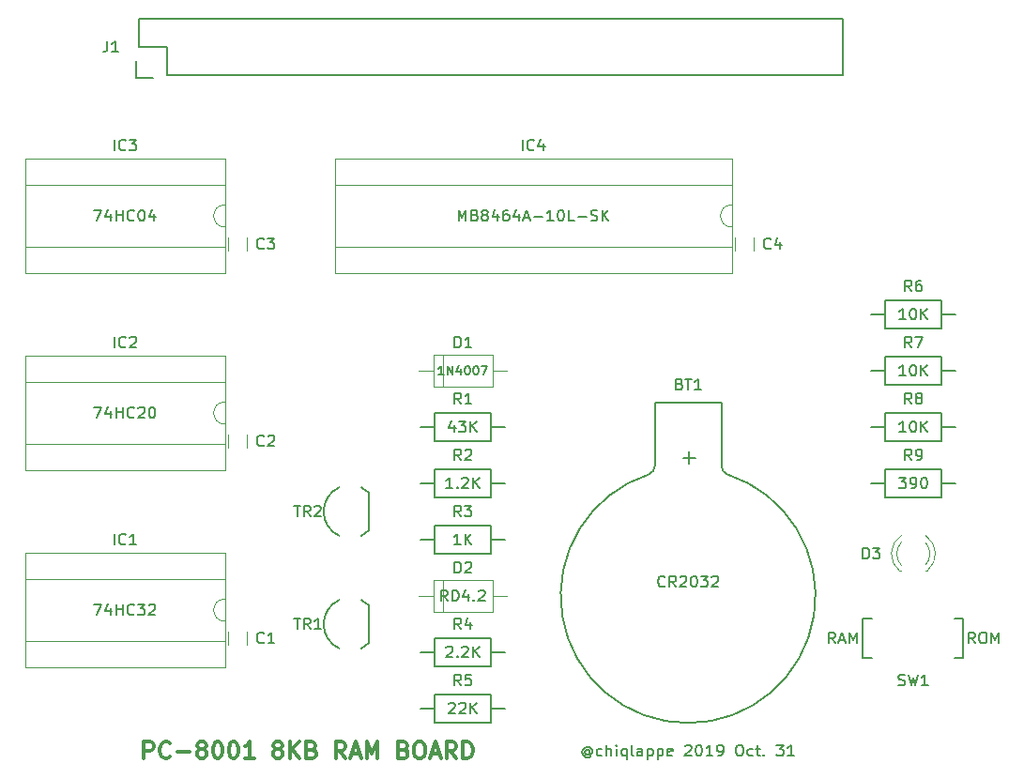
<source format=gbr>
G04 #@! TF.FileFunction,Legend,Top*
%FSLAX46Y46*%
G04 Gerber Fmt 4.6, Leading zero omitted, Abs format (unit mm)*
G04 Created by KiCad (PCBNEW 4.0.7) date *
%MOMM*%
%LPD*%
G01*
G04 APERTURE LIST*
%ADD10C,0.100000*%
%ADD11C,0.150000*%
%ADD12C,0.300000*%
%ADD13C,0.120000*%
G04 APERTURE END LIST*
D10*
D11*
X146059047Y-130786190D02*
X146011428Y-130738571D01*
X145916190Y-130690952D01*
X145820952Y-130690952D01*
X145725714Y-130738571D01*
X145678094Y-130786190D01*
X145630475Y-130881429D01*
X145630475Y-130976667D01*
X145678094Y-131071905D01*
X145725714Y-131119524D01*
X145820952Y-131167143D01*
X145916190Y-131167143D01*
X146011428Y-131119524D01*
X146059047Y-131071905D01*
X146059047Y-130690952D02*
X146059047Y-131071905D01*
X146106666Y-131119524D01*
X146154285Y-131119524D01*
X146249523Y-131071905D01*
X146297142Y-130976667D01*
X146297142Y-130738571D01*
X146201904Y-130595714D01*
X146059047Y-130500476D01*
X145868571Y-130452857D01*
X145678094Y-130500476D01*
X145535237Y-130595714D01*
X145439999Y-130738571D01*
X145392380Y-130929048D01*
X145439999Y-131119524D01*
X145535237Y-131262381D01*
X145678094Y-131357619D01*
X145868571Y-131405238D01*
X146059047Y-131357619D01*
X146201904Y-131262381D01*
X147154285Y-131214762D02*
X147059047Y-131262381D01*
X146868570Y-131262381D01*
X146773332Y-131214762D01*
X146725713Y-131167143D01*
X146678094Y-131071905D01*
X146678094Y-130786190D01*
X146725713Y-130690952D01*
X146773332Y-130643333D01*
X146868570Y-130595714D01*
X147059047Y-130595714D01*
X147154285Y-130643333D01*
X147582856Y-131262381D02*
X147582856Y-130262381D01*
X148011428Y-131262381D02*
X148011428Y-130738571D01*
X147963809Y-130643333D01*
X147868571Y-130595714D01*
X147725713Y-130595714D01*
X147630475Y-130643333D01*
X147582856Y-130690952D01*
X148487618Y-131262381D02*
X148487618Y-130595714D01*
X148487618Y-130262381D02*
X148439999Y-130310000D01*
X148487618Y-130357619D01*
X148535237Y-130310000D01*
X148487618Y-130262381D01*
X148487618Y-130357619D01*
X149392380Y-130595714D02*
X149392380Y-131595714D01*
X149392380Y-131214762D02*
X149297142Y-131262381D01*
X149106665Y-131262381D01*
X149011427Y-131214762D01*
X148963808Y-131167143D01*
X148916189Y-131071905D01*
X148916189Y-130786190D01*
X148963808Y-130690952D01*
X149011427Y-130643333D01*
X149106665Y-130595714D01*
X149297142Y-130595714D01*
X149392380Y-130643333D01*
X150011427Y-131262381D02*
X149916189Y-131214762D01*
X149868570Y-131119524D01*
X149868570Y-130262381D01*
X150820952Y-131262381D02*
X150820952Y-130738571D01*
X150773333Y-130643333D01*
X150678095Y-130595714D01*
X150487618Y-130595714D01*
X150392380Y-130643333D01*
X150820952Y-131214762D02*
X150725714Y-131262381D01*
X150487618Y-131262381D01*
X150392380Y-131214762D01*
X150344761Y-131119524D01*
X150344761Y-131024286D01*
X150392380Y-130929048D01*
X150487618Y-130881429D01*
X150725714Y-130881429D01*
X150820952Y-130833810D01*
X151297142Y-130595714D02*
X151297142Y-131595714D01*
X151297142Y-130643333D02*
X151392380Y-130595714D01*
X151582857Y-130595714D01*
X151678095Y-130643333D01*
X151725714Y-130690952D01*
X151773333Y-130786190D01*
X151773333Y-131071905D01*
X151725714Y-131167143D01*
X151678095Y-131214762D01*
X151582857Y-131262381D01*
X151392380Y-131262381D01*
X151297142Y-131214762D01*
X152201904Y-130595714D02*
X152201904Y-131595714D01*
X152201904Y-130643333D02*
X152297142Y-130595714D01*
X152487619Y-130595714D01*
X152582857Y-130643333D01*
X152630476Y-130690952D01*
X152678095Y-130786190D01*
X152678095Y-131071905D01*
X152630476Y-131167143D01*
X152582857Y-131214762D01*
X152487619Y-131262381D01*
X152297142Y-131262381D01*
X152201904Y-131214762D01*
X153487619Y-131214762D02*
X153392381Y-131262381D01*
X153201904Y-131262381D01*
X153106666Y-131214762D01*
X153059047Y-131119524D01*
X153059047Y-130738571D01*
X153106666Y-130643333D01*
X153201904Y-130595714D01*
X153392381Y-130595714D01*
X153487619Y-130643333D01*
X153535238Y-130738571D01*
X153535238Y-130833810D01*
X153059047Y-130929048D01*
X154678095Y-130357619D02*
X154725714Y-130310000D01*
X154820952Y-130262381D01*
X155059048Y-130262381D01*
X155154286Y-130310000D01*
X155201905Y-130357619D01*
X155249524Y-130452857D01*
X155249524Y-130548095D01*
X155201905Y-130690952D01*
X154630476Y-131262381D01*
X155249524Y-131262381D01*
X155868571Y-130262381D02*
X155963810Y-130262381D01*
X156059048Y-130310000D01*
X156106667Y-130357619D01*
X156154286Y-130452857D01*
X156201905Y-130643333D01*
X156201905Y-130881429D01*
X156154286Y-131071905D01*
X156106667Y-131167143D01*
X156059048Y-131214762D01*
X155963810Y-131262381D01*
X155868571Y-131262381D01*
X155773333Y-131214762D01*
X155725714Y-131167143D01*
X155678095Y-131071905D01*
X155630476Y-130881429D01*
X155630476Y-130643333D01*
X155678095Y-130452857D01*
X155725714Y-130357619D01*
X155773333Y-130310000D01*
X155868571Y-130262381D01*
X157154286Y-131262381D02*
X156582857Y-131262381D01*
X156868571Y-131262381D02*
X156868571Y-130262381D01*
X156773333Y-130405238D01*
X156678095Y-130500476D01*
X156582857Y-130548095D01*
X157630476Y-131262381D02*
X157820952Y-131262381D01*
X157916191Y-131214762D01*
X157963810Y-131167143D01*
X158059048Y-131024286D01*
X158106667Y-130833810D01*
X158106667Y-130452857D01*
X158059048Y-130357619D01*
X158011429Y-130310000D01*
X157916191Y-130262381D01*
X157725714Y-130262381D01*
X157630476Y-130310000D01*
X157582857Y-130357619D01*
X157535238Y-130452857D01*
X157535238Y-130690952D01*
X157582857Y-130786190D01*
X157630476Y-130833810D01*
X157725714Y-130881429D01*
X157916191Y-130881429D01*
X158011429Y-130833810D01*
X158059048Y-130786190D01*
X158106667Y-130690952D01*
X159487619Y-130262381D02*
X159678096Y-130262381D01*
X159773334Y-130310000D01*
X159868572Y-130405238D01*
X159916191Y-130595714D01*
X159916191Y-130929048D01*
X159868572Y-131119524D01*
X159773334Y-131214762D01*
X159678096Y-131262381D01*
X159487619Y-131262381D01*
X159392381Y-131214762D01*
X159297143Y-131119524D01*
X159249524Y-130929048D01*
X159249524Y-130595714D01*
X159297143Y-130405238D01*
X159392381Y-130310000D01*
X159487619Y-130262381D01*
X160773334Y-131214762D02*
X160678096Y-131262381D01*
X160487619Y-131262381D01*
X160392381Y-131214762D01*
X160344762Y-131167143D01*
X160297143Y-131071905D01*
X160297143Y-130786190D01*
X160344762Y-130690952D01*
X160392381Y-130643333D01*
X160487619Y-130595714D01*
X160678096Y-130595714D01*
X160773334Y-130643333D01*
X161059048Y-130595714D02*
X161440000Y-130595714D01*
X161201905Y-130262381D02*
X161201905Y-131119524D01*
X161249524Y-131214762D01*
X161344762Y-131262381D01*
X161440000Y-131262381D01*
X161773334Y-131167143D02*
X161820953Y-131214762D01*
X161773334Y-131262381D01*
X161725715Y-131214762D01*
X161773334Y-131167143D01*
X161773334Y-131262381D01*
X162916191Y-130262381D02*
X163535239Y-130262381D01*
X163201905Y-130643333D01*
X163344763Y-130643333D01*
X163440001Y-130690952D01*
X163487620Y-130738571D01*
X163535239Y-130833810D01*
X163535239Y-131071905D01*
X163487620Y-131167143D01*
X163440001Y-131214762D01*
X163344763Y-131262381D01*
X163059048Y-131262381D01*
X162963810Y-131214762D01*
X162916191Y-131167143D01*
X164487620Y-131262381D02*
X163916191Y-131262381D01*
X164201905Y-131262381D02*
X164201905Y-130262381D01*
X164106667Y-130405238D01*
X164011429Y-130500476D01*
X163916191Y-130548095D01*
D12*
X105864287Y-131488571D02*
X105864287Y-129988571D01*
X106435715Y-129988571D01*
X106578573Y-130060000D01*
X106650001Y-130131429D01*
X106721430Y-130274286D01*
X106721430Y-130488571D01*
X106650001Y-130631429D01*
X106578573Y-130702857D01*
X106435715Y-130774286D01*
X105864287Y-130774286D01*
X108221430Y-131345714D02*
X108150001Y-131417143D01*
X107935715Y-131488571D01*
X107792858Y-131488571D01*
X107578573Y-131417143D01*
X107435715Y-131274286D01*
X107364287Y-131131429D01*
X107292858Y-130845714D01*
X107292858Y-130631429D01*
X107364287Y-130345714D01*
X107435715Y-130202857D01*
X107578573Y-130060000D01*
X107792858Y-129988571D01*
X107935715Y-129988571D01*
X108150001Y-130060000D01*
X108221430Y-130131429D01*
X108864287Y-130917143D02*
X110007144Y-130917143D01*
X110935716Y-130631429D02*
X110792858Y-130560000D01*
X110721430Y-130488571D01*
X110650001Y-130345714D01*
X110650001Y-130274286D01*
X110721430Y-130131429D01*
X110792858Y-130060000D01*
X110935716Y-129988571D01*
X111221430Y-129988571D01*
X111364287Y-130060000D01*
X111435716Y-130131429D01*
X111507144Y-130274286D01*
X111507144Y-130345714D01*
X111435716Y-130488571D01*
X111364287Y-130560000D01*
X111221430Y-130631429D01*
X110935716Y-130631429D01*
X110792858Y-130702857D01*
X110721430Y-130774286D01*
X110650001Y-130917143D01*
X110650001Y-131202857D01*
X110721430Y-131345714D01*
X110792858Y-131417143D01*
X110935716Y-131488571D01*
X111221430Y-131488571D01*
X111364287Y-131417143D01*
X111435716Y-131345714D01*
X111507144Y-131202857D01*
X111507144Y-130917143D01*
X111435716Y-130774286D01*
X111364287Y-130702857D01*
X111221430Y-130631429D01*
X112435715Y-129988571D02*
X112578572Y-129988571D01*
X112721429Y-130060000D01*
X112792858Y-130131429D01*
X112864287Y-130274286D01*
X112935715Y-130560000D01*
X112935715Y-130917143D01*
X112864287Y-131202857D01*
X112792858Y-131345714D01*
X112721429Y-131417143D01*
X112578572Y-131488571D01*
X112435715Y-131488571D01*
X112292858Y-131417143D01*
X112221429Y-131345714D01*
X112150001Y-131202857D01*
X112078572Y-130917143D01*
X112078572Y-130560000D01*
X112150001Y-130274286D01*
X112221429Y-130131429D01*
X112292858Y-130060000D01*
X112435715Y-129988571D01*
X113864286Y-129988571D02*
X114007143Y-129988571D01*
X114150000Y-130060000D01*
X114221429Y-130131429D01*
X114292858Y-130274286D01*
X114364286Y-130560000D01*
X114364286Y-130917143D01*
X114292858Y-131202857D01*
X114221429Y-131345714D01*
X114150000Y-131417143D01*
X114007143Y-131488571D01*
X113864286Y-131488571D01*
X113721429Y-131417143D01*
X113650000Y-131345714D01*
X113578572Y-131202857D01*
X113507143Y-130917143D01*
X113507143Y-130560000D01*
X113578572Y-130274286D01*
X113650000Y-130131429D01*
X113721429Y-130060000D01*
X113864286Y-129988571D01*
X115792857Y-131488571D02*
X114935714Y-131488571D01*
X115364286Y-131488571D02*
X115364286Y-129988571D01*
X115221429Y-130202857D01*
X115078571Y-130345714D01*
X114935714Y-130417143D01*
X117792857Y-130631429D02*
X117649999Y-130560000D01*
X117578571Y-130488571D01*
X117507142Y-130345714D01*
X117507142Y-130274286D01*
X117578571Y-130131429D01*
X117649999Y-130060000D01*
X117792857Y-129988571D01*
X118078571Y-129988571D01*
X118221428Y-130060000D01*
X118292857Y-130131429D01*
X118364285Y-130274286D01*
X118364285Y-130345714D01*
X118292857Y-130488571D01*
X118221428Y-130560000D01*
X118078571Y-130631429D01*
X117792857Y-130631429D01*
X117649999Y-130702857D01*
X117578571Y-130774286D01*
X117507142Y-130917143D01*
X117507142Y-131202857D01*
X117578571Y-131345714D01*
X117649999Y-131417143D01*
X117792857Y-131488571D01*
X118078571Y-131488571D01*
X118221428Y-131417143D01*
X118292857Y-131345714D01*
X118364285Y-131202857D01*
X118364285Y-130917143D01*
X118292857Y-130774286D01*
X118221428Y-130702857D01*
X118078571Y-130631429D01*
X119007142Y-131488571D02*
X119007142Y-129988571D01*
X119864285Y-131488571D02*
X119221428Y-130631429D01*
X119864285Y-129988571D02*
X119007142Y-130845714D01*
X121007142Y-130702857D02*
X121221428Y-130774286D01*
X121292856Y-130845714D01*
X121364285Y-130988571D01*
X121364285Y-131202857D01*
X121292856Y-131345714D01*
X121221428Y-131417143D01*
X121078570Y-131488571D01*
X120507142Y-131488571D01*
X120507142Y-129988571D01*
X121007142Y-129988571D01*
X121149999Y-130060000D01*
X121221428Y-130131429D01*
X121292856Y-130274286D01*
X121292856Y-130417143D01*
X121221428Y-130560000D01*
X121149999Y-130631429D01*
X121007142Y-130702857D01*
X120507142Y-130702857D01*
X124007142Y-131488571D02*
X123507142Y-130774286D01*
X123149999Y-131488571D02*
X123149999Y-129988571D01*
X123721427Y-129988571D01*
X123864285Y-130060000D01*
X123935713Y-130131429D01*
X124007142Y-130274286D01*
X124007142Y-130488571D01*
X123935713Y-130631429D01*
X123864285Y-130702857D01*
X123721427Y-130774286D01*
X123149999Y-130774286D01*
X124578570Y-131060000D02*
X125292856Y-131060000D01*
X124435713Y-131488571D02*
X124935713Y-129988571D01*
X125435713Y-131488571D01*
X125935713Y-131488571D02*
X125935713Y-129988571D01*
X126435713Y-131060000D01*
X126935713Y-129988571D01*
X126935713Y-131488571D01*
X129292856Y-130702857D02*
X129507142Y-130774286D01*
X129578570Y-130845714D01*
X129649999Y-130988571D01*
X129649999Y-131202857D01*
X129578570Y-131345714D01*
X129507142Y-131417143D01*
X129364284Y-131488571D01*
X128792856Y-131488571D01*
X128792856Y-129988571D01*
X129292856Y-129988571D01*
X129435713Y-130060000D01*
X129507142Y-130131429D01*
X129578570Y-130274286D01*
X129578570Y-130417143D01*
X129507142Y-130560000D01*
X129435713Y-130631429D01*
X129292856Y-130702857D01*
X128792856Y-130702857D01*
X130578570Y-129988571D02*
X130864284Y-129988571D01*
X131007142Y-130060000D01*
X131149999Y-130202857D01*
X131221427Y-130488571D01*
X131221427Y-130988571D01*
X131149999Y-131274286D01*
X131007142Y-131417143D01*
X130864284Y-131488571D01*
X130578570Y-131488571D01*
X130435713Y-131417143D01*
X130292856Y-131274286D01*
X130221427Y-130988571D01*
X130221427Y-130488571D01*
X130292856Y-130202857D01*
X130435713Y-130060000D01*
X130578570Y-129988571D01*
X131792856Y-131060000D02*
X132507142Y-131060000D01*
X131649999Y-131488571D02*
X132149999Y-129988571D01*
X132649999Y-131488571D01*
X134007142Y-131488571D02*
X133507142Y-130774286D01*
X133149999Y-131488571D02*
X133149999Y-129988571D01*
X133721427Y-129988571D01*
X133864285Y-130060000D01*
X133935713Y-130131429D01*
X134007142Y-130274286D01*
X134007142Y-130488571D01*
X133935713Y-130631429D01*
X133864285Y-130702857D01*
X133721427Y-130774286D01*
X133149999Y-130774286D01*
X134649999Y-131488571D02*
X134649999Y-129988571D01*
X135007142Y-129988571D01*
X135221427Y-130060000D01*
X135364285Y-130202857D01*
X135435713Y-130345714D01*
X135507142Y-130631429D01*
X135507142Y-130845714D01*
X135435713Y-131131429D01*
X135364285Y-131274286D01*
X135221427Y-131417143D01*
X135007142Y-131488571D01*
X134649999Y-131488571D01*
D11*
X152844762Y-115927143D02*
X152797143Y-115974762D01*
X152654286Y-116022381D01*
X152559048Y-116022381D01*
X152416190Y-115974762D01*
X152320952Y-115879524D01*
X152273333Y-115784286D01*
X152225714Y-115593810D01*
X152225714Y-115450952D01*
X152273333Y-115260476D01*
X152320952Y-115165238D01*
X152416190Y-115070000D01*
X152559048Y-115022381D01*
X152654286Y-115022381D01*
X152797143Y-115070000D01*
X152844762Y-115117619D01*
X153844762Y-116022381D02*
X153511428Y-115546190D01*
X153273333Y-116022381D02*
X153273333Y-115022381D01*
X153654286Y-115022381D01*
X153749524Y-115070000D01*
X153797143Y-115117619D01*
X153844762Y-115212857D01*
X153844762Y-115355714D01*
X153797143Y-115450952D01*
X153749524Y-115498571D01*
X153654286Y-115546190D01*
X153273333Y-115546190D01*
X154225714Y-115117619D02*
X154273333Y-115070000D01*
X154368571Y-115022381D01*
X154606667Y-115022381D01*
X154701905Y-115070000D01*
X154749524Y-115117619D01*
X154797143Y-115212857D01*
X154797143Y-115308095D01*
X154749524Y-115450952D01*
X154178095Y-116022381D01*
X154797143Y-116022381D01*
X155416190Y-115022381D02*
X155511429Y-115022381D01*
X155606667Y-115070000D01*
X155654286Y-115117619D01*
X155701905Y-115212857D01*
X155749524Y-115403333D01*
X155749524Y-115641429D01*
X155701905Y-115831905D01*
X155654286Y-115927143D01*
X155606667Y-115974762D01*
X155511429Y-116022381D01*
X155416190Y-116022381D01*
X155320952Y-115974762D01*
X155273333Y-115927143D01*
X155225714Y-115831905D01*
X155178095Y-115641429D01*
X155178095Y-115403333D01*
X155225714Y-115212857D01*
X155273333Y-115117619D01*
X155320952Y-115070000D01*
X155416190Y-115022381D01*
X156082857Y-115022381D02*
X156701905Y-115022381D01*
X156368571Y-115403333D01*
X156511429Y-115403333D01*
X156606667Y-115450952D01*
X156654286Y-115498571D01*
X156701905Y-115593810D01*
X156701905Y-115831905D01*
X156654286Y-115927143D01*
X156606667Y-115974762D01*
X156511429Y-116022381D01*
X156225714Y-116022381D01*
X156130476Y-115974762D01*
X156082857Y-115927143D01*
X157082857Y-115117619D02*
X157130476Y-115070000D01*
X157225714Y-115022381D01*
X157463810Y-115022381D01*
X157559048Y-115070000D01*
X157606667Y-115117619D01*
X157654286Y-115212857D01*
X157654286Y-115308095D01*
X157606667Y-115450952D01*
X157035238Y-116022381D01*
X157654286Y-116022381D01*
X180824286Y-121102381D02*
X180490952Y-120626190D01*
X180252857Y-121102381D02*
X180252857Y-120102381D01*
X180633810Y-120102381D01*
X180729048Y-120150000D01*
X180776667Y-120197619D01*
X180824286Y-120292857D01*
X180824286Y-120435714D01*
X180776667Y-120530952D01*
X180729048Y-120578571D01*
X180633810Y-120626190D01*
X180252857Y-120626190D01*
X181443333Y-120102381D02*
X181633810Y-120102381D01*
X181729048Y-120150000D01*
X181824286Y-120245238D01*
X181871905Y-120435714D01*
X181871905Y-120769048D01*
X181824286Y-120959524D01*
X181729048Y-121054762D01*
X181633810Y-121102381D01*
X181443333Y-121102381D01*
X181348095Y-121054762D01*
X181252857Y-120959524D01*
X181205238Y-120769048D01*
X181205238Y-120435714D01*
X181252857Y-120245238D01*
X181348095Y-120150000D01*
X181443333Y-120102381D01*
X182300476Y-121102381D02*
X182300476Y-120102381D01*
X182633810Y-120816667D01*
X182967143Y-120102381D01*
X182967143Y-121102381D01*
X168219524Y-121102381D02*
X167886190Y-120626190D01*
X167648095Y-121102381D02*
X167648095Y-120102381D01*
X168029048Y-120102381D01*
X168124286Y-120150000D01*
X168171905Y-120197619D01*
X168219524Y-120292857D01*
X168219524Y-120435714D01*
X168171905Y-120530952D01*
X168124286Y-120578571D01*
X168029048Y-120626190D01*
X167648095Y-120626190D01*
X168600476Y-120816667D02*
X169076667Y-120816667D01*
X168505238Y-121102381D02*
X168838571Y-120102381D01*
X169171905Y-121102381D01*
X169505238Y-121102381D02*
X169505238Y-120102381D01*
X169838572Y-120816667D01*
X170171905Y-120102381D01*
X170171905Y-121102381D01*
X154985281Y-128295671D02*
G75*
G02X151440000Y-105850000I-45281J11495671D01*
G01*
X151413616Y-105851754D02*
G75*
G03X151940000Y-105100000I-273616J751754D01*
G01*
X154894719Y-128295671D02*
G75*
G03X158440000Y-105850000I45281J11495671D01*
G01*
X158466384Y-105851754D02*
G75*
G02X157940000Y-105100000I273616J751754D01*
G01*
X157940000Y-99400000D02*
X157940000Y-105100000D01*
X151940000Y-99400000D02*
X157940000Y-99400000D01*
X151940000Y-99400000D02*
X151940000Y-105100000D01*
D13*
X113439000Y-121257000D02*
X113439000Y-120083000D01*
X115161000Y-121257000D02*
X115161000Y-120083000D01*
X113439000Y-103477000D02*
X113439000Y-102303000D01*
X115161000Y-103477000D02*
X115161000Y-102303000D01*
X113439000Y-85697000D02*
X113439000Y-84523000D01*
X115161000Y-85697000D02*
X115161000Y-84523000D01*
X131960000Y-95110000D02*
X131960000Y-97930000D01*
X131960000Y-97930000D02*
X137280000Y-97930000D01*
X137280000Y-97930000D02*
X137280000Y-95110000D01*
X137280000Y-95110000D02*
X131960000Y-95110000D01*
X130620000Y-96520000D02*
X131960000Y-96520000D01*
X138620000Y-96520000D02*
X137280000Y-96520000D01*
X132800000Y-95110000D02*
X132800000Y-97930000D01*
X131960000Y-115430000D02*
X131960000Y-118250000D01*
X131960000Y-118250000D02*
X137280000Y-118250000D01*
X137280000Y-118250000D02*
X137280000Y-115430000D01*
X137280000Y-115430000D02*
X131960000Y-115430000D01*
X130620000Y-116840000D02*
X131960000Y-116840000D01*
X138620000Y-116840000D02*
X137280000Y-116840000D01*
X132800000Y-115430000D02*
X132800000Y-118250000D01*
X174181392Y-111357665D02*
G75*
G03X174024484Y-114590000I1078608J-1672335D01*
G01*
X176338608Y-111357665D02*
G75*
G02X176495516Y-114590000I-1078608J-1672335D01*
G01*
X174180163Y-111988870D02*
G75*
G03X174180000Y-114070961I1079837J-1041130D01*
G01*
X176339837Y-111988870D02*
G75*
G02X176340000Y-114070961I-1079837J-1041130D01*
G01*
X174024000Y-114590000D02*
X174180000Y-114590000D01*
X176340000Y-114590000D02*
X176496000Y-114590000D01*
X113150000Y-117110000D02*
X113150000Y-115340000D01*
X113150000Y-115340000D02*
X95130000Y-115340000D01*
X95130000Y-115340000D02*
X95130000Y-120880000D01*
X95130000Y-120880000D02*
X113150000Y-120880000D01*
X113150000Y-120880000D02*
X113150000Y-119110000D01*
X113150000Y-112910000D02*
X95130000Y-112910000D01*
X95130000Y-112910000D02*
X95130000Y-123310000D01*
X95130000Y-123310000D02*
X113150000Y-123310000D01*
X113150000Y-123310000D02*
X113150000Y-112910000D01*
X113150000Y-119110000D02*
G75*
G02X113150000Y-117110000I0J1000000D01*
G01*
X113150000Y-99330000D02*
X113150000Y-97560000D01*
X113150000Y-97560000D02*
X95130000Y-97560000D01*
X95130000Y-97560000D02*
X95130000Y-103100000D01*
X95130000Y-103100000D02*
X113150000Y-103100000D01*
X113150000Y-103100000D02*
X113150000Y-101330000D01*
X113150000Y-95130000D02*
X95130000Y-95130000D01*
X95130000Y-95130000D02*
X95130000Y-105530000D01*
X95130000Y-105530000D02*
X113150000Y-105530000D01*
X113150000Y-105530000D02*
X113150000Y-95130000D01*
X113150000Y-101330000D02*
G75*
G02X113150000Y-99330000I0J1000000D01*
G01*
X113150000Y-81550000D02*
X113150000Y-79780000D01*
X113150000Y-79780000D02*
X95130000Y-79780000D01*
X95130000Y-79780000D02*
X95130000Y-85320000D01*
X95130000Y-85320000D02*
X113150000Y-85320000D01*
X113150000Y-85320000D02*
X113150000Y-83550000D01*
X113150000Y-77350000D02*
X95130000Y-77350000D01*
X95130000Y-77350000D02*
X95130000Y-87750000D01*
X95130000Y-87750000D02*
X113150000Y-87750000D01*
X113150000Y-87750000D02*
X113150000Y-77350000D01*
X113150000Y-83550000D02*
G75*
G02X113150000Y-81550000I0J1000000D01*
G01*
X158870000Y-81550000D02*
X158870000Y-79780000D01*
X158870000Y-79780000D02*
X123070000Y-79780000D01*
X123070000Y-79780000D02*
X123070000Y-85320000D01*
X123070000Y-85320000D02*
X158870000Y-85320000D01*
X158870000Y-85320000D02*
X158870000Y-83550000D01*
X158870000Y-77350000D02*
X123070000Y-77350000D01*
X123070000Y-77350000D02*
X123070000Y-87750000D01*
X123070000Y-87750000D02*
X158870000Y-87750000D01*
X158870000Y-87750000D02*
X158870000Y-77350000D01*
X158870000Y-83550000D02*
G75*
G02X158870000Y-81550000I0J1000000D01*
G01*
D11*
X132080000Y-100330000D02*
X137160000Y-100330000D01*
X137160000Y-100330000D02*
X137160000Y-102870000D01*
X137160000Y-102870000D02*
X132080000Y-102870000D01*
X132080000Y-102870000D02*
X132080000Y-100330000D01*
X132080000Y-101600000D02*
X130810000Y-101600000D01*
X137160000Y-101600000D02*
X138430000Y-101600000D01*
X132080000Y-105410000D02*
X137160000Y-105410000D01*
X137160000Y-105410000D02*
X137160000Y-107950000D01*
X137160000Y-107950000D02*
X132080000Y-107950000D01*
X132080000Y-107950000D02*
X132080000Y-105410000D01*
X132080000Y-106680000D02*
X130810000Y-106680000D01*
X137160000Y-106680000D02*
X138430000Y-106680000D01*
X132080000Y-110490000D02*
X137160000Y-110490000D01*
X137160000Y-110490000D02*
X137160000Y-113030000D01*
X137160000Y-113030000D02*
X132080000Y-113030000D01*
X132080000Y-113030000D02*
X132080000Y-110490000D01*
X132080000Y-111760000D02*
X130810000Y-111760000D01*
X137160000Y-111760000D02*
X138430000Y-111760000D01*
X132080000Y-120650000D02*
X137160000Y-120650000D01*
X137160000Y-120650000D02*
X137160000Y-123190000D01*
X137160000Y-123190000D02*
X132080000Y-123190000D01*
X132080000Y-123190000D02*
X132080000Y-120650000D01*
X132080000Y-121920000D02*
X130810000Y-121920000D01*
X137160000Y-121920000D02*
X138430000Y-121920000D01*
X172720000Y-90170000D02*
X177800000Y-90170000D01*
X177800000Y-90170000D02*
X177800000Y-92710000D01*
X177800000Y-92710000D02*
X172720000Y-92710000D01*
X172720000Y-92710000D02*
X172720000Y-90170000D01*
X172720000Y-91440000D02*
X171450000Y-91440000D01*
X177800000Y-91440000D02*
X179070000Y-91440000D01*
X172720000Y-95250000D02*
X177800000Y-95250000D01*
X177800000Y-95250000D02*
X177800000Y-97790000D01*
X177800000Y-97790000D02*
X172720000Y-97790000D01*
X172720000Y-97790000D02*
X172720000Y-95250000D01*
X172720000Y-96520000D02*
X171450000Y-96520000D01*
X177800000Y-96520000D02*
X179070000Y-96520000D01*
X172720000Y-100330000D02*
X177800000Y-100330000D01*
X177800000Y-100330000D02*
X177800000Y-102870000D01*
X177800000Y-102870000D02*
X172720000Y-102870000D01*
X172720000Y-102870000D02*
X172720000Y-100330000D01*
X172720000Y-101600000D02*
X171450000Y-101600000D01*
X177800000Y-101600000D02*
X179070000Y-101600000D01*
X172720000Y-105410000D02*
X177800000Y-105410000D01*
X177800000Y-105410000D02*
X177800000Y-107950000D01*
X177800000Y-107950000D02*
X172720000Y-107950000D01*
X172720000Y-107950000D02*
X172720000Y-105410000D01*
X172720000Y-106680000D02*
X171450000Y-106680000D01*
X177800000Y-106680000D02*
X179070000Y-106680000D01*
X179760000Y-118850000D02*
X179760000Y-122450000D01*
X179760000Y-118850000D02*
X178960000Y-118850000D01*
X178960000Y-118850000D02*
X179760000Y-118850000D01*
X178960000Y-122450000D02*
X179760000Y-122450000D01*
X179760000Y-122450000D02*
X178960000Y-122450000D01*
X171560000Y-122450000D02*
X170760000Y-122450000D01*
X170710000Y-118850000D02*
X170710000Y-122450000D01*
X170710000Y-118850000D02*
X171560000Y-118850000D01*
X171560000Y-118850000D02*
X170760000Y-118850000D01*
X125456990Y-121567695D02*
G75*
G03X126160000Y-121080000I-996990J2187695D01*
G01*
X125456990Y-117192305D02*
G75*
G02X126160000Y-117680000I-996990J-2187695D01*
G01*
X126160000Y-121080000D02*
X126160000Y-117680000D01*
X123466873Y-121564879D02*
G75*
G02X122060000Y-119380000I993127J2184879D01*
G01*
X123466873Y-117195121D02*
G75*
G03X122060000Y-119380000I993127J-2184879D01*
G01*
X125456990Y-111407695D02*
G75*
G03X126160000Y-110920000I-996990J2187695D01*
G01*
X125456990Y-107032305D02*
G75*
G02X126160000Y-107520000I-996990J-2187695D01*
G01*
X126160000Y-110920000D02*
X126160000Y-107520000D01*
X123466873Y-111404879D02*
G75*
G02X122060000Y-109220000I993127J2184879D01*
G01*
X123466873Y-107035121D02*
G75*
G03X122060000Y-109220000I993127J-2184879D01*
G01*
D13*
X159159000Y-85697000D02*
X159159000Y-84523000D01*
X160881000Y-85697000D02*
X160881000Y-84523000D01*
D11*
X107950000Y-69850000D02*
X168910000Y-69850000D01*
X168910000Y-64770000D02*
X105410000Y-64770000D01*
X168910000Y-64770000D02*
X168910000Y-69850000D01*
X105410000Y-64770000D02*
X105410000Y-67310000D01*
X105130000Y-68580000D02*
X105130000Y-70130000D01*
X105410000Y-67310000D02*
X107950000Y-67310000D01*
X107950000Y-67310000D02*
X107950000Y-69850000D01*
X105130000Y-70130000D02*
X106680000Y-70130000D01*
X132080000Y-125730000D02*
X137160000Y-125730000D01*
X137160000Y-125730000D02*
X137160000Y-128270000D01*
X137160000Y-128270000D02*
X132080000Y-128270000D01*
X132080000Y-128270000D02*
X132080000Y-125730000D01*
X132080000Y-127000000D02*
X130810000Y-127000000D01*
X137160000Y-127000000D02*
X138430000Y-127000000D01*
X154154286Y-97718571D02*
X154297143Y-97766190D01*
X154344762Y-97813810D01*
X154392381Y-97909048D01*
X154392381Y-98051905D01*
X154344762Y-98147143D01*
X154297143Y-98194762D01*
X154201905Y-98242381D01*
X153820952Y-98242381D01*
X153820952Y-97242381D01*
X154154286Y-97242381D01*
X154249524Y-97290000D01*
X154297143Y-97337619D01*
X154344762Y-97432857D01*
X154344762Y-97528095D01*
X154297143Y-97623333D01*
X154249524Y-97670952D01*
X154154286Y-97718571D01*
X153820952Y-97718571D01*
X154678095Y-97242381D02*
X155249524Y-97242381D01*
X154963809Y-98242381D02*
X154963809Y-97242381D01*
X156106667Y-98242381D02*
X155535238Y-98242381D01*
X155820952Y-98242381D02*
X155820952Y-97242381D01*
X155725714Y-97385238D01*
X155630476Y-97480476D01*
X155535238Y-97528095D01*
X155047143Y-104921428D02*
X155047143Y-103778571D01*
X155618571Y-104350000D02*
X154475714Y-104350000D01*
X116673334Y-121007143D02*
X116625715Y-121054762D01*
X116482858Y-121102381D01*
X116387620Y-121102381D01*
X116244762Y-121054762D01*
X116149524Y-120959524D01*
X116101905Y-120864286D01*
X116054286Y-120673810D01*
X116054286Y-120530952D01*
X116101905Y-120340476D01*
X116149524Y-120245238D01*
X116244762Y-120150000D01*
X116387620Y-120102381D01*
X116482858Y-120102381D01*
X116625715Y-120150000D01*
X116673334Y-120197619D01*
X117625715Y-121102381D02*
X117054286Y-121102381D01*
X117340000Y-121102381D02*
X117340000Y-120102381D01*
X117244762Y-120245238D01*
X117149524Y-120340476D01*
X117054286Y-120388095D01*
X116673334Y-103227143D02*
X116625715Y-103274762D01*
X116482858Y-103322381D01*
X116387620Y-103322381D01*
X116244762Y-103274762D01*
X116149524Y-103179524D01*
X116101905Y-103084286D01*
X116054286Y-102893810D01*
X116054286Y-102750952D01*
X116101905Y-102560476D01*
X116149524Y-102465238D01*
X116244762Y-102370000D01*
X116387620Y-102322381D01*
X116482858Y-102322381D01*
X116625715Y-102370000D01*
X116673334Y-102417619D01*
X117054286Y-102417619D02*
X117101905Y-102370000D01*
X117197143Y-102322381D01*
X117435239Y-102322381D01*
X117530477Y-102370000D01*
X117578096Y-102417619D01*
X117625715Y-102512857D01*
X117625715Y-102608095D01*
X117578096Y-102750952D01*
X117006667Y-103322381D01*
X117625715Y-103322381D01*
X116673334Y-85447143D02*
X116625715Y-85494762D01*
X116482858Y-85542381D01*
X116387620Y-85542381D01*
X116244762Y-85494762D01*
X116149524Y-85399524D01*
X116101905Y-85304286D01*
X116054286Y-85113810D01*
X116054286Y-84970952D01*
X116101905Y-84780476D01*
X116149524Y-84685238D01*
X116244762Y-84590000D01*
X116387620Y-84542381D01*
X116482858Y-84542381D01*
X116625715Y-84590000D01*
X116673334Y-84637619D01*
X117006667Y-84542381D02*
X117625715Y-84542381D01*
X117292381Y-84923333D01*
X117435239Y-84923333D01*
X117530477Y-84970952D01*
X117578096Y-85018571D01*
X117625715Y-85113810D01*
X117625715Y-85351905D01*
X117578096Y-85447143D01*
X117530477Y-85494762D01*
X117435239Y-85542381D01*
X117149524Y-85542381D01*
X117054286Y-85494762D01*
X117006667Y-85447143D01*
X133881905Y-94432381D02*
X133881905Y-93432381D01*
X134120000Y-93432381D01*
X134262858Y-93480000D01*
X134358096Y-93575238D01*
X134405715Y-93670476D01*
X134453334Y-93860952D01*
X134453334Y-94003810D01*
X134405715Y-94194286D01*
X134358096Y-94289524D01*
X134262858Y-94384762D01*
X134120000Y-94432381D01*
X133881905Y-94432381D01*
X135405715Y-94432381D02*
X134834286Y-94432381D01*
X135120000Y-94432381D02*
X135120000Y-93432381D01*
X135024762Y-93575238D01*
X134929524Y-93670476D01*
X134834286Y-93718095D01*
X132905714Y-96881905D02*
X132448571Y-96881905D01*
X132677142Y-96881905D02*
X132677142Y-96081905D01*
X132600952Y-96196190D01*
X132524761Y-96272381D01*
X132448571Y-96310476D01*
X133248571Y-96881905D02*
X133248571Y-96081905D01*
X133705714Y-96881905D01*
X133705714Y-96081905D01*
X134429523Y-96348571D02*
X134429523Y-96881905D01*
X134239047Y-96043810D02*
X134048571Y-96615238D01*
X134543809Y-96615238D01*
X135000952Y-96081905D02*
X135077143Y-96081905D01*
X135153333Y-96120000D01*
X135191428Y-96158095D01*
X135229524Y-96234286D01*
X135267619Y-96386667D01*
X135267619Y-96577143D01*
X135229524Y-96729524D01*
X135191428Y-96805714D01*
X135153333Y-96843810D01*
X135077143Y-96881905D01*
X135000952Y-96881905D01*
X134924762Y-96843810D01*
X134886666Y-96805714D01*
X134848571Y-96729524D01*
X134810476Y-96577143D01*
X134810476Y-96386667D01*
X134848571Y-96234286D01*
X134886666Y-96158095D01*
X134924762Y-96120000D01*
X135000952Y-96081905D01*
X135762857Y-96081905D02*
X135839048Y-96081905D01*
X135915238Y-96120000D01*
X135953333Y-96158095D01*
X135991429Y-96234286D01*
X136029524Y-96386667D01*
X136029524Y-96577143D01*
X135991429Y-96729524D01*
X135953333Y-96805714D01*
X135915238Y-96843810D01*
X135839048Y-96881905D01*
X135762857Y-96881905D01*
X135686667Y-96843810D01*
X135648571Y-96805714D01*
X135610476Y-96729524D01*
X135572381Y-96577143D01*
X135572381Y-96386667D01*
X135610476Y-96234286D01*
X135648571Y-96158095D01*
X135686667Y-96120000D01*
X135762857Y-96081905D01*
X136296191Y-96081905D02*
X136829524Y-96081905D01*
X136486667Y-96881905D01*
X133881905Y-114752381D02*
X133881905Y-113752381D01*
X134120000Y-113752381D01*
X134262858Y-113800000D01*
X134358096Y-113895238D01*
X134405715Y-113990476D01*
X134453334Y-114180952D01*
X134453334Y-114323810D01*
X134405715Y-114514286D01*
X134358096Y-114609524D01*
X134262858Y-114704762D01*
X134120000Y-114752381D01*
X133881905Y-114752381D01*
X134834286Y-113847619D02*
X134881905Y-113800000D01*
X134977143Y-113752381D01*
X135215239Y-113752381D01*
X135310477Y-113800000D01*
X135358096Y-113847619D01*
X135405715Y-113942857D01*
X135405715Y-114038095D01*
X135358096Y-114180952D01*
X134786667Y-114752381D01*
X135405715Y-114752381D01*
X133239048Y-117292381D02*
X132905714Y-116816190D01*
X132667619Y-117292381D02*
X132667619Y-116292381D01*
X133048572Y-116292381D01*
X133143810Y-116340000D01*
X133191429Y-116387619D01*
X133239048Y-116482857D01*
X133239048Y-116625714D01*
X133191429Y-116720952D01*
X133143810Y-116768571D01*
X133048572Y-116816190D01*
X132667619Y-116816190D01*
X133667619Y-117292381D02*
X133667619Y-116292381D01*
X133905714Y-116292381D01*
X134048572Y-116340000D01*
X134143810Y-116435238D01*
X134191429Y-116530476D01*
X134239048Y-116720952D01*
X134239048Y-116863810D01*
X134191429Y-117054286D01*
X134143810Y-117149524D01*
X134048572Y-117244762D01*
X133905714Y-117292381D01*
X133667619Y-117292381D01*
X135096191Y-116625714D02*
X135096191Y-117292381D01*
X134858095Y-116244762D02*
X134620000Y-116959048D01*
X135239048Y-116959048D01*
X135620000Y-117197143D02*
X135667619Y-117244762D01*
X135620000Y-117292381D01*
X135572381Y-117244762D01*
X135620000Y-117197143D01*
X135620000Y-117292381D01*
X136048571Y-116387619D02*
X136096190Y-116340000D01*
X136191428Y-116292381D01*
X136429524Y-116292381D01*
X136524762Y-116340000D01*
X136572381Y-116387619D01*
X136620000Y-116482857D01*
X136620000Y-116578095D01*
X136572381Y-116720952D01*
X136000952Y-117292381D01*
X136620000Y-117292381D01*
X170711905Y-113482381D02*
X170711905Y-112482381D01*
X170950000Y-112482381D01*
X171092858Y-112530000D01*
X171188096Y-112625238D01*
X171235715Y-112720476D01*
X171283334Y-112910952D01*
X171283334Y-113053810D01*
X171235715Y-113244286D01*
X171188096Y-113339524D01*
X171092858Y-113434762D01*
X170950000Y-113482381D01*
X170711905Y-113482381D01*
X171616667Y-112482381D02*
X172235715Y-112482381D01*
X171902381Y-112863333D01*
X172045239Y-112863333D01*
X172140477Y-112910952D01*
X172188096Y-112958571D01*
X172235715Y-113053810D01*
X172235715Y-113291905D01*
X172188096Y-113387143D01*
X172140477Y-113434762D01*
X172045239Y-113482381D01*
X171759524Y-113482381D01*
X171664286Y-113434762D01*
X171616667Y-113387143D01*
X103163810Y-112212381D02*
X103163810Y-111212381D01*
X104211429Y-112117143D02*
X104163810Y-112164762D01*
X104020953Y-112212381D01*
X103925715Y-112212381D01*
X103782857Y-112164762D01*
X103687619Y-112069524D01*
X103640000Y-111974286D01*
X103592381Y-111783810D01*
X103592381Y-111640952D01*
X103640000Y-111450476D01*
X103687619Y-111355238D01*
X103782857Y-111260000D01*
X103925715Y-111212381D01*
X104020953Y-111212381D01*
X104163810Y-111260000D01*
X104211429Y-111307619D01*
X105163810Y-112212381D02*
X104592381Y-112212381D01*
X104878095Y-112212381D02*
X104878095Y-111212381D01*
X104782857Y-111355238D01*
X104687619Y-111450476D01*
X104592381Y-111498095D01*
X101354286Y-117562381D02*
X102020953Y-117562381D01*
X101592381Y-118562381D01*
X102830477Y-117895714D02*
X102830477Y-118562381D01*
X102592381Y-117514762D02*
X102354286Y-118229048D01*
X102973334Y-118229048D01*
X103354286Y-118562381D02*
X103354286Y-117562381D01*
X103354286Y-118038571D02*
X103925715Y-118038571D01*
X103925715Y-118562381D02*
X103925715Y-117562381D01*
X104973334Y-118467143D02*
X104925715Y-118514762D01*
X104782858Y-118562381D01*
X104687620Y-118562381D01*
X104544762Y-118514762D01*
X104449524Y-118419524D01*
X104401905Y-118324286D01*
X104354286Y-118133810D01*
X104354286Y-117990952D01*
X104401905Y-117800476D01*
X104449524Y-117705238D01*
X104544762Y-117610000D01*
X104687620Y-117562381D01*
X104782858Y-117562381D01*
X104925715Y-117610000D01*
X104973334Y-117657619D01*
X105306667Y-117562381D02*
X105925715Y-117562381D01*
X105592381Y-117943333D01*
X105735239Y-117943333D01*
X105830477Y-117990952D01*
X105878096Y-118038571D01*
X105925715Y-118133810D01*
X105925715Y-118371905D01*
X105878096Y-118467143D01*
X105830477Y-118514762D01*
X105735239Y-118562381D01*
X105449524Y-118562381D01*
X105354286Y-118514762D01*
X105306667Y-118467143D01*
X106306667Y-117657619D02*
X106354286Y-117610000D01*
X106449524Y-117562381D01*
X106687620Y-117562381D01*
X106782858Y-117610000D01*
X106830477Y-117657619D01*
X106878096Y-117752857D01*
X106878096Y-117848095D01*
X106830477Y-117990952D01*
X106259048Y-118562381D01*
X106878096Y-118562381D01*
X103163810Y-94432381D02*
X103163810Y-93432381D01*
X104211429Y-94337143D02*
X104163810Y-94384762D01*
X104020953Y-94432381D01*
X103925715Y-94432381D01*
X103782857Y-94384762D01*
X103687619Y-94289524D01*
X103640000Y-94194286D01*
X103592381Y-94003810D01*
X103592381Y-93860952D01*
X103640000Y-93670476D01*
X103687619Y-93575238D01*
X103782857Y-93480000D01*
X103925715Y-93432381D01*
X104020953Y-93432381D01*
X104163810Y-93480000D01*
X104211429Y-93527619D01*
X104592381Y-93527619D02*
X104640000Y-93480000D01*
X104735238Y-93432381D01*
X104973334Y-93432381D01*
X105068572Y-93480000D01*
X105116191Y-93527619D01*
X105163810Y-93622857D01*
X105163810Y-93718095D01*
X105116191Y-93860952D01*
X104544762Y-94432381D01*
X105163810Y-94432381D01*
X101354286Y-99782381D02*
X102020953Y-99782381D01*
X101592381Y-100782381D01*
X102830477Y-100115714D02*
X102830477Y-100782381D01*
X102592381Y-99734762D02*
X102354286Y-100449048D01*
X102973334Y-100449048D01*
X103354286Y-100782381D02*
X103354286Y-99782381D01*
X103354286Y-100258571D02*
X103925715Y-100258571D01*
X103925715Y-100782381D02*
X103925715Y-99782381D01*
X104973334Y-100687143D02*
X104925715Y-100734762D01*
X104782858Y-100782381D01*
X104687620Y-100782381D01*
X104544762Y-100734762D01*
X104449524Y-100639524D01*
X104401905Y-100544286D01*
X104354286Y-100353810D01*
X104354286Y-100210952D01*
X104401905Y-100020476D01*
X104449524Y-99925238D01*
X104544762Y-99830000D01*
X104687620Y-99782381D01*
X104782858Y-99782381D01*
X104925715Y-99830000D01*
X104973334Y-99877619D01*
X105354286Y-99877619D02*
X105401905Y-99830000D01*
X105497143Y-99782381D01*
X105735239Y-99782381D01*
X105830477Y-99830000D01*
X105878096Y-99877619D01*
X105925715Y-99972857D01*
X105925715Y-100068095D01*
X105878096Y-100210952D01*
X105306667Y-100782381D01*
X105925715Y-100782381D01*
X106544762Y-99782381D02*
X106640001Y-99782381D01*
X106735239Y-99830000D01*
X106782858Y-99877619D01*
X106830477Y-99972857D01*
X106878096Y-100163333D01*
X106878096Y-100401429D01*
X106830477Y-100591905D01*
X106782858Y-100687143D01*
X106735239Y-100734762D01*
X106640001Y-100782381D01*
X106544762Y-100782381D01*
X106449524Y-100734762D01*
X106401905Y-100687143D01*
X106354286Y-100591905D01*
X106306667Y-100401429D01*
X106306667Y-100163333D01*
X106354286Y-99972857D01*
X106401905Y-99877619D01*
X106449524Y-99830000D01*
X106544762Y-99782381D01*
X103163810Y-76652381D02*
X103163810Y-75652381D01*
X104211429Y-76557143D02*
X104163810Y-76604762D01*
X104020953Y-76652381D01*
X103925715Y-76652381D01*
X103782857Y-76604762D01*
X103687619Y-76509524D01*
X103640000Y-76414286D01*
X103592381Y-76223810D01*
X103592381Y-76080952D01*
X103640000Y-75890476D01*
X103687619Y-75795238D01*
X103782857Y-75700000D01*
X103925715Y-75652381D01*
X104020953Y-75652381D01*
X104163810Y-75700000D01*
X104211429Y-75747619D01*
X104544762Y-75652381D02*
X105163810Y-75652381D01*
X104830476Y-76033333D01*
X104973334Y-76033333D01*
X105068572Y-76080952D01*
X105116191Y-76128571D01*
X105163810Y-76223810D01*
X105163810Y-76461905D01*
X105116191Y-76557143D01*
X105068572Y-76604762D01*
X104973334Y-76652381D01*
X104687619Y-76652381D01*
X104592381Y-76604762D01*
X104544762Y-76557143D01*
X101354286Y-82002381D02*
X102020953Y-82002381D01*
X101592381Y-83002381D01*
X102830477Y-82335714D02*
X102830477Y-83002381D01*
X102592381Y-81954762D02*
X102354286Y-82669048D01*
X102973334Y-82669048D01*
X103354286Y-83002381D02*
X103354286Y-82002381D01*
X103354286Y-82478571D02*
X103925715Y-82478571D01*
X103925715Y-83002381D02*
X103925715Y-82002381D01*
X104973334Y-82907143D02*
X104925715Y-82954762D01*
X104782858Y-83002381D01*
X104687620Y-83002381D01*
X104544762Y-82954762D01*
X104449524Y-82859524D01*
X104401905Y-82764286D01*
X104354286Y-82573810D01*
X104354286Y-82430952D01*
X104401905Y-82240476D01*
X104449524Y-82145238D01*
X104544762Y-82050000D01*
X104687620Y-82002381D01*
X104782858Y-82002381D01*
X104925715Y-82050000D01*
X104973334Y-82097619D01*
X105592381Y-82002381D02*
X105687620Y-82002381D01*
X105782858Y-82050000D01*
X105830477Y-82097619D01*
X105878096Y-82192857D01*
X105925715Y-82383333D01*
X105925715Y-82621429D01*
X105878096Y-82811905D01*
X105830477Y-82907143D01*
X105782858Y-82954762D01*
X105687620Y-83002381D01*
X105592381Y-83002381D01*
X105497143Y-82954762D01*
X105449524Y-82907143D01*
X105401905Y-82811905D01*
X105354286Y-82621429D01*
X105354286Y-82383333D01*
X105401905Y-82192857D01*
X105449524Y-82097619D01*
X105497143Y-82050000D01*
X105592381Y-82002381D01*
X106782858Y-82335714D02*
X106782858Y-83002381D01*
X106544762Y-81954762D02*
X106306667Y-82669048D01*
X106925715Y-82669048D01*
X139993810Y-76652381D02*
X139993810Y-75652381D01*
X141041429Y-76557143D02*
X140993810Y-76604762D01*
X140850953Y-76652381D01*
X140755715Y-76652381D01*
X140612857Y-76604762D01*
X140517619Y-76509524D01*
X140470000Y-76414286D01*
X140422381Y-76223810D01*
X140422381Y-76080952D01*
X140470000Y-75890476D01*
X140517619Y-75795238D01*
X140612857Y-75700000D01*
X140755715Y-75652381D01*
X140850953Y-75652381D01*
X140993810Y-75700000D01*
X141041429Y-75747619D01*
X141898572Y-75985714D02*
X141898572Y-76652381D01*
X141660476Y-75604762D02*
X141422381Y-76319048D01*
X142041429Y-76319048D01*
X134231905Y-83002381D02*
X134231905Y-82002381D01*
X134565239Y-82716667D01*
X134898572Y-82002381D01*
X134898572Y-83002381D01*
X135708096Y-82478571D02*
X135850953Y-82526190D01*
X135898572Y-82573810D01*
X135946191Y-82669048D01*
X135946191Y-82811905D01*
X135898572Y-82907143D01*
X135850953Y-82954762D01*
X135755715Y-83002381D01*
X135374762Y-83002381D01*
X135374762Y-82002381D01*
X135708096Y-82002381D01*
X135803334Y-82050000D01*
X135850953Y-82097619D01*
X135898572Y-82192857D01*
X135898572Y-82288095D01*
X135850953Y-82383333D01*
X135803334Y-82430952D01*
X135708096Y-82478571D01*
X135374762Y-82478571D01*
X136517619Y-82430952D02*
X136422381Y-82383333D01*
X136374762Y-82335714D01*
X136327143Y-82240476D01*
X136327143Y-82192857D01*
X136374762Y-82097619D01*
X136422381Y-82050000D01*
X136517619Y-82002381D01*
X136708096Y-82002381D01*
X136803334Y-82050000D01*
X136850953Y-82097619D01*
X136898572Y-82192857D01*
X136898572Y-82240476D01*
X136850953Y-82335714D01*
X136803334Y-82383333D01*
X136708096Y-82430952D01*
X136517619Y-82430952D01*
X136422381Y-82478571D01*
X136374762Y-82526190D01*
X136327143Y-82621429D01*
X136327143Y-82811905D01*
X136374762Y-82907143D01*
X136422381Y-82954762D01*
X136517619Y-83002381D01*
X136708096Y-83002381D01*
X136803334Y-82954762D01*
X136850953Y-82907143D01*
X136898572Y-82811905D01*
X136898572Y-82621429D01*
X136850953Y-82526190D01*
X136803334Y-82478571D01*
X136708096Y-82430952D01*
X137755715Y-82335714D02*
X137755715Y-83002381D01*
X137517619Y-81954762D02*
X137279524Y-82669048D01*
X137898572Y-82669048D01*
X138708096Y-82002381D02*
X138517619Y-82002381D01*
X138422381Y-82050000D01*
X138374762Y-82097619D01*
X138279524Y-82240476D01*
X138231905Y-82430952D01*
X138231905Y-82811905D01*
X138279524Y-82907143D01*
X138327143Y-82954762D01*
X138422381Y-83002381D01*
X138612858Y-83002381D01*
X138708096Y-82954762D01*
X138755715Y-82907143D01*
X138803334Y-82811905D01*
X138803334Y-82573810D01*
X138755715Y-82478571D01*
X138708096Y-82430952D01*
X138612858Y-82383333D01*
X138422381Y-82383333D01*
X138327143Y-82430952D01*
X138279524Y-82478571D01*
X138231905Y-82573810D01*
X139660477Y-82335714D02*
X139660477Y-83002381D01*
X139422381Y-81954762D02*
X139184286Y-82669048D01*
X139803334Y-82669048D01*
X140136667Y-82716667D02*
X140612858Y-82716667D01*
X140041429Y-83002381D02*
X140374762Y-82002381D01*
X140708096Y-83002381D01*
X141041429Y-82621429D02*
X141803334Y-82621429D01*
X142803334Y-83002381D02*
X142231905Y-83002381D01*
X142517619Y-83002381D02*
X142517619Y-82002381D01*
X142422381Y-82145238D01*
X142327143Y-82240476D01*
X142231905Y-82288095D01*
X143422381Y-82002381D02*
X143517620Y-82002381D01*
X143612858Y-82050000D01*
X143660477Y-82097619D01*
X143708096Y-82192857D01*
X143755715Y-82383333D01*
X143755715Y-82621429D01*
X143708096Y-82811905D01*
X143660477Y-82907143D01*
X143612858Y-82954762D01*
X143517620Y-83002381D01*
X143422381Y-83002381D01*
X143327143Y-82954762D01*
X143279524Y-82907143D01*
X143231905Y-82811905D01*
X143184286Y-82621429D01*
X143184286Y-82383333D01*
X143231905Y-82192857D01*
X143279524Y-82097619D01*
X143327143Y-82050000D01*
X143422381Y-82002381D01*
X144660477Y-83002381D02*
X144184286Y-83002381D01*
X144184286Y-82002381D01*
X144993810Y-82621429D02*
X145755715Y-82621429D01*
X146184286Y-82954762D02*
X146327143Y-83002381D01*
X146565239Y-83002381D01*
X146660477Y-82954762D01*
X146708096Y-82907143D01*
X146755715Y-82811905D01*
X146755715Y-82716667D01*
X146708096Y-82621429D01*
X146660477Y-82573810D01*
X146565239Y-82526190D01*
X146374762Y-82478571D01*
X146279524Y-82430952D01*
X146231905Y-82383333D01*
X146184286Y-82288095D01*
X146184286Y-82192857D01*
X146231905Y-82097619D01*
X146279524Y-82050000D01*
X146374762Y-82002381D01*
X146612858Y-82002381D01*
X146755715Y-82050000D01*
X147184286Y-83002381D02*
X147184286Y-82002381D01*
X147755715Y-83002381D02*
X147327143Y-82430952D01*
X147755715Y-82002381D02*
X147184286Y-82573810D01*
X134453334Y-99512381D02*
X134120000Y-99036190D01*
X133881905Y-99512381D02*
X133881905Y-98512381D01*
X134262858Y-98512381D01*
X134358096Y-98560000D01*
X134405715Y-98607619D01*
X134453334Y-98702857D01*
X134453334Y-98845714D01*
X134405715Y-98940952D01*
X134358096Y-98988571D01*
X134262858Y-99036190D01*
X133881905Y-99036190D01*
X135405715Y-99512381D02*
X134834286Y-99512381D01*
X135120000Y-99512381D02*
X135120000Y-98512381D01*
X135024762Y-98655238D01*
X134929524Y-98750476D01*
X134834286Y-98798095D01*
X133834286Y-101385714D02*
X133834286Y-102052381D01*
X133596190Y-101004762D02*
X133358095Y-101719048D01*
X133977143Y-101719048D01*
X134262857Y-101052381D02*
X134881905Y-101052381D01*
X134548571Y-101433333D01*
X134691429Y-101433333D01*
X134786667Y-101480952D01*
X134834286Y-101528571D01*
X134881905Y-101623810D01*
X134881905Y-101861905D01*
X134834286Y-101957143D01*
X134786667Y-102004762D01*
X134691429Y-102052381D01*
X134405714Y-102052381D01*
X134310476Y-102004762D01*
X134262857Y-101957143D01*
X135310476Y-102052381D02*
X135310476Y-101052381D01*
X135881905Y-102052381D02*
X135453333Y-101480952D01*
X135881905Y-101052381D02*
X135310476Y-101623810D01*
X134453334Y-104592381D02*
X134120000Y-104116190D01*
X133881905Y-104592381D02*
X133881905Y-103592381D01*
X134262858Y-103592381D01*
X134358096Y-103640000D01*
X134405715Y-103687619D01*
X134453334Y-103782857D01*
X134453334Y-103925714D01*
X134405715Y-104020952D01*
X134358096Y-104068571D01*
X134262858Y-104116190D01*
X133881905Y-104116190D01*
X134834286Y-103687619D02*
X134881905Y-103640000D01*
X134977143Y-103592381D01*
X135215239Y-103592381D01*
X135310477Y-103640000D01*
X135358096Y-103687619D01*
X135405715Y-103782857D01*
X135405715Y-103878095D01*
X135358096Y-104020952D01*
X134786667Y-104592381D01*
X135405715Y-104592381D01*
X133691429Y-107132381D02*
X133120000Y-107132381D01*
X133405714Y-107132381D02*
X133405714Y-106132381D01*
X133310476Y-106275238D01*
X133215238Y-106370476D01*
X133120000Y-106418095D01*
X134120000Y-107037143D02*
X134167619Y-107084762D01*
X134120000Y-107132381D01*
X134072381Y-107084762D01*
X134120000Y-107037143D01*
X134120000Y-107132381D01*
X134548571Y-106227619D02*
X134596190Y-106180000D01*
X134691428Y-106132381D01*
X134929524Y-106132381D01*
X135024762Y-106180000D01*
X135072381Y-106227619D01*
X135120000Y-106322857D01*
X135120000Y-106418095D01*
X135072381Y-106560952D01*
X134500952Y-107132381D01*
X135120000Y-107132381D01*
X135548571Y-107132381D02*
X135548571Y-106132381D01*
X136120000Y-107132381D02*
X135691428Y-106560952D01*
X136120000Y-106132381D02*
X135548571Y-106703810D01*
X134453334Y-109672381D02*
X134120000Y-109196190D01*
X133881905Y-109672381D02*
X133881905Y-108672381D01*
X134262858Y-108672381D01*
X134358096Y-108720000D01*
X134405715Y-108767619D01*
X134453334Y-108862857D01*
X134453334Y-109005714D01*
X134405715Y-109100952D01*
X134358096Y-109148571D01*
X134262858Y-109196190D01*
X133881905Y-109196190D01*
X134786667Y-108672381D02*
X135405715Y-108672381D01*
X135072381Y-109053333D01*
X135215239Y-109053333D01*
X135310477Y-109100952D01*
X135358096Y-109148571D01*
X135405715Y-109243810D01*
X135405715Y-109481905D01*
X135358096Y-109577143D01*
X135310477Y-109624762D01*
X135215239Y-109672381D01*
X134929524Y-109672381D01*
X134834286Y-109624762D01*
X134786667Y-109577143D01*
X134405715Y-112212381D02*
X133834286Y-112212381D01*
X134120000Y-112212381D02*
X134120000Y-111212381D01*
X134024762Y-111355238D01*
X133929524Y-111450476D01*
X133834286Y-111498095D01*
X134834286Y-112212381D02*
X134834286Y-111212381D01*
X135405715Y-112212381D02*
X134977143Y-111640952D01*
X135405715Y-111212381D02*
X134834286Y-111783810D01*
X134453334Y-119832381D02*
X134120000Y-119356190D01*
X133881905Y-119832381D02*
X133881905Y-118832381D01*
X134262858Y-118832381D01*
X134358096Y-118880000D01*
X134405715Y-118927619D01*
X134453334Y-119022857D01*
X134453334Y-119165714D01*
X134405715Y-119260952D01*
X134358096Y-119308571D01*
X134262858Y-119356190D01*
X133881905Y-119356190D01*
X135310477Y-119165714D02*
X135310477Y-119832381D01*
X135072381Y-118784762D02*
X134834286Y-119499048D01*
X135453334Y-119499048D01*
X133120000Y-121467619D02*
X133167619Y-121420000D01*
X133262857Y-121372381D01*
X133500953Y-121372381D01*
X133596191Y-121420000D01*
X133643810Y-121467619D01*
X133691429Y-121562857D01*
X133691429Y-121658095D01*
X133643810Y-121800952D01*
X133072381Y-122372381D01*
X133691429Y-122372381D01*
X134120000Y-122277143D02*
X134167619Y-122324762D01*
X134120000Y-122372381D01*
X134072381Y-122324762D01*
X134120000Y-122277143D01*
X134120000Y-122372381D01*
X134548571Y-121467619D02*
X134596190Y-121420000D01*
X134691428Y-121372381D01*
X134929524Y-121372381D01*
X135024762Y-121420000D01*
X135072381Y-121467619D01*
X135120000Y-121562857D01*
X135120000Y-121658095D01*
X135072381Y-121800952D01*
X134500952Y-122372381D01*
X135120000Y-122372381D01*
X135548571Y-122372381D02*
X135548571Y-121372381D01*
X136120000Y-122372381D02*
X135691428Y-121800952D01*
X136120000Y-121372381D02*
X135548571Y-121943810D01*
X175093334Y-89352381D02*
X174760000Y-88876190D01*
X174521905Y-89352381D02*
X174521905Y-88352381D01*
X174902858Y-88352381D01*
X174998096Y-88400000D01*
X175045715Y-88447619D01*
X175093334Y-88542857D01*
X175093334Y-88685714D01*
X175045715Y-88780952D01*
X174998096Y-88828571D01*
X174902858Y-88876190D01*
X174521905Y-88876190D01*
X175950477Y-88352381D02*
X175760000Y-88352381D01*
X175664762Y-88400000D01*
X175617143Y-88447619D01*
X175521905Y-88590476D01*
X175474286Y-88780952D01*
X175474286Y-89161905D01*
X175521905Y-89257143D01*
X175569524Y-89304762D01*
X175664762Y-89352381D01*
X175855239Y-89352381D01*
X175950477Y-89304762D01*
X175998096Y-89257143D01*
X176045715Y-89161905D01*
X176045715Y-88923810D01*
X175998096Y-88828571D01*
X175950477Y-88780952D01*
X175855239Y-88733333D01*
X175664762Y-88733333D01*
X175569524Y-88780952D01*
X175521905Y-88828571D01*
X175474286Y-88923810D01*
X174569524Y-91892381D02*
X173998095Y-91892381D01*
X174283809Y-91892381D02*
X174283809Y-90892381D01*
X174188571Y-91035238D01*
X174093333Y-91130476D01*
X173998095Y-91178095D01*
X175188571Y-90892381D02*
X175283810Y-90892381D01*
X175379048Y-90940000D01*
X175426667Y-90987619D01*
X175474286Y-91082857D01*
X175521905Y-91273333D01*
X175521905Y-91511429D01*
X175474286Y-91701905D01*
X175426667Y-91797143D01*
X175379048Y-91844762D01*
X175283810Y-91892381D01*
X175188571Y-91892381D01*
X175093333Y-91844762D01*
X175045714Y-91797143D01*
X174998095Y-91701905D01*
X174950476Y-91511429D01*
X174950476Y-91273333D01*
X174998095Y-91082857D01*
X175045714Y-90987619D01*
X175093333Y-90940000D01*
X175188571Y-90892381D01*
X175950476Y-91892381D02*
X175950476Y-90892381D01*
X176521905Y-91892381D02*
X176093333Y-91320952D01*
X176521905Y-90892381D02*
X175950476Y-91463810D01*
X175093334Y-94432381D02*
X174760000Y-93956190D01*
X174521905Y-94432381D02*
X174521905Y-93432381D01*
X174902858Y-93432381D01*
X174998096Y-93480000D01*
X175045715Y-93527619D01*
X175093334Y-93622857D01*
X175093334Y-93765714D01*
X175045715Y-93860952D01*
X174998096Y-93908571D01*
X174902858Y-93956190D01*
X174521905Y-93956190D01*
X175426667Y-93432381D02*
X176093334Y-93432381D01*
X175664762Y-94432381D01*
X174569524Y-96972381D02*
X173998095Y-96972381D01*
X174283809Y-96972381D02*
X174283809Y-95972381D01*
X174188571Y-96115238D01*
X174093333Y-96210476D01*
X173998095Y-96258095D01*
X175188571Y-95972381D02*
X175283810Y-95972381D01*
X175379048Y-96020000D01*
X175426667Y-96067619D01*
X175474286Y-96162857D01*
X175521905Y-96353333D01*
X175521905Y-96591429D01*
X175474286Y-96781905D01*
X175426667Y-96877143D01*
X175379048Y-96924762D01*
X175283810Y-96972381D01*
X175188571Y-96972381D01*
X175093333Y-96924762D01*
X175045714Y-96877143D01*
X174998095Y-96781905D01*
X174950476Y-96591429D01*
X174950476Y-96353333D01*
X174998095Y-96162857D01*
X175045714Y-96067619D01*
X175093333Y-96020000D01*
X175188571Y-95972381D01*
X175950476Y-96972381D02*
X175950476Y-95972381D01*
X176521905Y-96972381D02*
X176093333Y-96400952D01*
X176521905Y-95972381D02*
X175950476Y-96543810D01*
X175093334Y-99512381D02*
X174760000Y-99036190D01*
X174521905Y-99512381D02*
X174521905Y-98512381D01*
X174902858Y-98512381D01*
X174998096Y-98560000D01*
X175045715Y-98607619D01*
X175093334Y-98702857D01*
X175093334Y-98845714D01*
X175045715Y-98940952D01*
X174998096Y-98988571D01*
X174902858Y-99036190D01*
X174521905Y-99036190D01*
X175664762Y-98940952D02*
X175569524Y-98893333D01*
X175521905Y-98845714D01*
X175474286Y-98750476D01*
X175474286Y-98702857D01*
X175521905Y-98607619D01*
X175569524Y-98560000D01*
X175664762Y-98512381D01*
X175855239Y-98512381D01*
X175950477Y-98560000D01*
X175998096Y-98607619D01*
X176045715Y-98702857D01*
X176045715Y-98750476D01*
X175998096Y-98845714D01*
X175950477Y-98893333D01*
X175855239Y-98940952D01*
X175664762Y-98940952D01*
X175569524Y-98988571D01*
X175521905Y-99036190D01*
X175474286Y-99131429D01*
X175474286Y-99321905D01*
X175521905Y-99417143D01*
X175569524Y-99464762D01*
X175664762Y-99512381D01*
X175855239Y-99512381D01*
X175950477Y-99464762D01*
X175998096Y-99417143D01*
X176045715Y-99321905D01*
X176045715Y-99131429D01*
X175998096Y-99036190D01*
X175950477Y-98988571D01*
X175855239Y-98940952D01*
X174569524Y-102052381D02*
X173998095Y-102052381D01*
X174283809Y-102052381D02*
X174283809Y-101052381D01*
X174188571Y-101195238D01*
X174093333Y-101290476D01*
X173998095Y-101338095D01*
X175188571Y-101052381D02*
X175283810Y-101052381D01*
X175379048Y-101100000D01*
X175426667Y-101147619D01*
X175474286Y-101242857D01*
X175521905Y-101433333D01*
X175521905Y-101671429D01*
X175474286Y-101861905D01*
X175426667Y-101957143D01*
X175379048Y-102004762D01*
X175283810Y-102052381D01*
X175188571Y-102052381D01*
X175093333Y-102004762D01*
X175045714Y-101957143D01*
X174998095Y-101861905D01*
X174950476Y-101671429D01*
X174950476Y-101433333D01*
X174998095Y-101242857D01*
X175045714Y-101147619D01*
X175093333Y-101100000D01*
X175188571Y-101052381D01*
X175950476Y-102052381D02*
X175950476Y-101052381D01*
X176521905Y-102052381D02*
X176093333Y-101480952D01*
X176521905Y-101052381D02*
X175950476Y-101623810D01*
X175093334Y-104592381D02*
X174760000Y-104116190D01*
X174521905Y-104592381D02*
X174521905Y-103592381D01*
X174902858Y-103592381D01*
X174998096Y-103640000D01*
X175045715Y-103687619D01*
X175093334Y-103782857D01*
X175093334Y-103925714D01*
X175045715Y-104020952D01*
X174998096Y-104068571D01*
X174902858Y-104116190D01*
X174521905Y-104116190D01*
X175569524Y-104592381D02*
X175760000Y-104592381D01*
X175855239Y-104544762D01*
X175902858Y-104497143D01*
X175998096Y-104354286D01*
X176045715Y-104163810D01*
X176045715Y-103782857D01*
X175998096Y-103687619D01*
X175950477Y-103640000D01*
X175855239Y-103592381D01*
X175664762Y-103592381D01*
X175569524Y-103640000D01*
X175521905Y-103687619D01*
X175474286Y-103782857D01*
X175474286Y-104020952D01*
X175521905Y-104116190D01*
X175569524Y-104163810D01*
X175664762Y-104211429D01*
X175855239Y-104211429D01*
X175950477Y-104163810D01*
X175998096Y-104116190D01*
X176045715Y-104020952D01*
X173974286Y-106132381D02*
X174593334Y-106132381D01*
X174260000Y-106513333D01*
X174402858Y-106513333D01*
X174498096Y-106560952D01*
X174545715Y-106608571D01*
X174593334Y-106703810D01*
X174593334Y-106941905D01*
X174545715Y-107037143D01*
X174498096Y-107084762D01*
X174402858Y-107132381D01*
X174117143Y-107132381D01*
X174021905Y-107084762D01*
X173974286Y-107037143D01*
X175069524Y-107132381D02*
X175260000Y-107132381D01*
X175355239Y-107084762D01*
X175402858Y-107037143D01*
X175498096Y-106894286D01*
X175545715Y-106703810D01*
X175545715Y-106322857D01*
X175498096Y-106227619D01*
X175450477Y-106180000D01*
X175355239Y-106132381D01*
X175164762Y-106132381D01*
X175069524Y-106180000D01*
X175021905Y-106227619D01*
X174974286Y-106322857D01*
X174974286Y-106560952D01*
X175021905Y-106656190D01*
X175069524Y-106703810D01*
X175164762Y-106751429D01*
X175355239Y-106751429D01*
X175450477Y-106703810D01*
X175498096Y-106656190D01*
X175545715Y-106560952D01*
X176164762Y-106132381D02*
X176260001Y-106132381D01*
X176355239Y-106180000D01*
X176402858Y-106227619D01*
X176450477Y-106322857D01*
X176498096Y-106513333D01*
X176498096Y-106751429D01*
X176450477Y-106941905D01*
X176402858Y-107037143D01*
X176355239Y-107084762D01*
X176260001Y-107132381D01*
X176164762Y-107132381D01*
X176069524Y-107084762D01*
X176021905Y-107037143D01*
X175974286Y-106941905D01*
X175926667Y-106751429D01*
X175926667Y-106513333D01*
X175974286Y-106322857D01*
X176021905Y-106227619D01*
X176069524Y-106180000D01*
X176164762Y-106132381D01*
X173926667Y-124864762D02*
X174069524Y-124912381D01*
X174307620Y-124912381D01*
X174402858Y-124864762D01*
X174450477Y-124817143D01*
X174498096Y-124721905D01*
X174498096Y-124626667D01*
X174450477Y-124531429D01*
X174402858Y-124483810D01*
X174307620Y-124436190D01*
X174117143Y-124388571D01*
X174021905Y-124340952D01*
X173974286Y-124293333D01*
X173926667Y-124198095D01*
X173926667Y-124102857D01*
X173974286Y-124007619D01*
X174021905Y-123960000D01*
X174117143Y-123912381D01*
X174355239Y-123912381D01*
X174498096Y-123960000D01*
X174831429Y-123912381D02*
X175069524Y-124912381D01*
X175260001Y-124198095D01*
X175450477Y-124912381D01*
X175688572Y-123912381D01*
X176593334Y-124912381D02*
X176021905Y-124912381D01*
X176307619Y-124912381D02*
X176307619Y-123912381D01*
X176212381Y-124055238D01*
X176117143Y-124150476D01*
X176021905Y-124198095D01*
X119388095Y-118832381D02*
X119959524Y-118832381D01*
X119673809Y-119832381D02*
X119673809Y-118832381D01*
X120864286Y-119832381D02*
X120530952Y-119356190D01*
X120292857Y-119832381D02*
X120292857Y-118832381D01*
X120673810Y-118832381D01*
X120769048Y-118880000D01*
X120816667Y-118927619D01*
X120864286Y-119022857D01*
X120864286Y-119165714D01*
X120816667Y-119260952D01*
X120769048Y-119308571D01*
X120673810Y-119356190D01*
X120292857Y-119356190D01*
X121816667Y-119832381D02*
X121245238Y-119832381D01*
X121530952Y-119832381D02*
X121530952Y-118832381D01*
X121435714Y-118975238D01*
X121340476Y-119070476D01*
X121245238Y-119118095D01*
X119388095Y-108672381D02*
X119959524Y-108672381D01*
X119673809Y-109672381D02*
X119673809Y-108672381D01*
X120864286Y-109672381D02*
X120530952Y-109196190D01*
X120292857Y-109672381D02*
X120292857Y-108672381D01*
X120673810Y-108672381D01*
X120769048Y-108720000D01*
X120816667Y-108767619D01*
X120864286Y-108862857D01*
X120864286Y-109005714D01*
X120816667Y-109100952D01*
X120769048Y-109148571D01*
X120673810Y-109196190D01*
X120292857Y-109196190D01*
X121245238Y-108767619D02*
X121292857Y-108720000D01*
X121388095Y-108672381D01*
X121626191Y-108672381D01*
X121721429Y-108720000D01*
X121769048Y-108767619D01*
X121816667Y-108862857D01*
X121816667Y-108958095D01*
X121769048Y-109100952D01*
X121197619Y-109672381D01*
X121816667Y-109672381D01*
X162393334Y-85447143D02*
X162345715Y-85494762D01*
X162202858Y-85542381D01*
X162107620Y-85542381D01*
X161964762Y-85494762D01*
X161869524Y-85399524D01*
X161821905Y-85304286D01*
X161774286Y-85113810D01*
X161774286Y-84970952D01*
X161821905Y-84780476D01*
X161869524Y-84685238D01*
X161964762Y-84590000D01*
X162107620Y-84542381D01*
X162202858Y-84542381D01*
X162345715Y-84590000D01*
X162393334Y-84637619D01*
X163250477Y-84875714D02*
X163250477Y-85542381D01*
X163012381Y-84494762D02*
X162774286Y-85209048D01*
X163393334Y-85209048D01*
X102536667Y-66762381D02*
X102536667Y-67476667D01*
X102489047Y-67619524D01*
X102393809Y-67714762D01*
X102250952Y-67762381D01*
X102155714Y-67762381D01*
X103536667Y-67762381D02*
X102965238Y-67762381D01*
X103250952Y-67762381D02*
X103250952Y-66762381D01*
X103155714Y-66905238D01*
X103060476Y-67000476D01*
X102965238Y-67048095D01*
X134453334Y-124912381D02*
X134120000Y-124436190D01*
X133881905Y-124912381D02*
X133881905Y-123912381D01*
X134262858Y-123912381D01*
X134358096Y-123960000D01*
X134405715Y-124007619D01*
X134453334Y-124102857D01*
X134453334Y-124245714D01*
X134405715Y-124340952D01*
X134358096Y-124388571D01*
X134262858Y-124436190D01*
X133881905Y-124436190D01*
X135358096Y-123912381D02*
X134881905Y-123912381D01*
X134834286Y-124388571D01*
X134881905Y-124340952D01*
X134977143Y-124293333D01*
X135215239Y-124293333D01*
X135310477Y-124340952D01*
X135358096Y-124388571D01*
X135405715Y-124483810D01*
X135405715Y-124721905D01*
X135358096Y-124817143D01*
X135310477Y-124864762D01*
X135215239Y-124912381D01*
X134977143Y-124912381D01*
X134881905Y-124864762D01*
X134834286Y-124817143D01*
X133358095Y-126547619D02*
X133405714Y-126500000D01*
X133500952Y-126452381D01*
X133739048Y-126452381D01*
X133834286Y-126500000D01*
X133881905Y-126547619D01*
X133929524Y-126642857D01*
X133929524Y-126738095D01*
X133881905Y-126880952D01*
X133310476Y-127452381D01*
X133929524Y-127452381D01*
X134310476Y-126547619D02*
X134358095Y-126500000D01*
X134453333Y-126452381D01*
X134691429Y-126452381D01*
X134786667Y-126500000D01*
X134834286Y-126547619D01*
X134881905Y-126642857D01*
X134881905Y-126738095D01*
X134834286Y-126880952D01*
X134262857Y-127452381D01*
X134881905Y-127452381D01*
X135310476Y-127452381D02*
X135310476Y-126452381D01*
X135881905Y-127452381D02*
X135453333Y-126880952D01*
X135881905Y-126452381D02*
X135310476Y-127023810D01*
M02*

</source>
